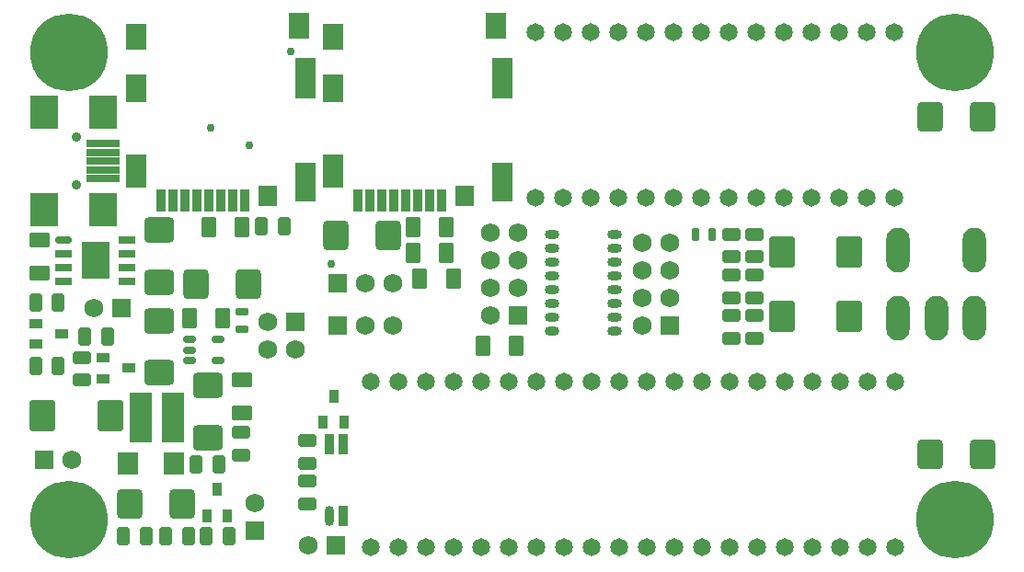
<source format=gts>
G04 Layer_Color=8388736*
%FSLAX44Y44*%
%MOMM*%
G71*
G01*
G75*
%ADD64C,0.9000*%
G04:AMPARAMS|DCode=94|XSize=2.35mm|YSize=2.75mm|CornerRadius=0.405mm|HoleSize=0mm|Usage=FLASHONLY|Rotation=180.000|XOffset=0mm|YOffset=0mm|HoleType=Round|Shape=RoundedRectangle|*
%AMROUNDEDRECTD94*
21,1,2.3500,1.9400,0,0,180.0*
21,1,1.5400,2.7500,0,0,180.0*
1,1,0.8100,-0.7700,0.9700*
1,1,0.8100,0.7700,0.9700*
1,1,0.8100,0.7700,-0.9700*
1,1,0.8100,-0.7700,-0.9700*
%
%ADD94ROUNDEDRECTD94*%
G04:AMPARAMS|DCode=95|XSize=1.15mm|YSize=1.65mm|CornerRadius=0.2mm|HoleSize=0mm|Usage=FLASHONLY|Rotation=90.000|XOffset=0mm|YOffset=0mm|HoleType=Round|Shape=RoundedRectangle|*
%AMROUNDEDRECTD95*
21,1,1.1500,1.2500,0,0,90.0*
21,1,0.7500,1.6500,0,0,90.0*
1,1,0.4000,0.6250,0.3750*
1,1,0.4000,0.6250,-0.3750*
1,1,0.4000,-0.6250,-0.3750*
1,1,0.4000,-0.6250,0.3750*
%
%ADD95ROUNDEDRECTD95*%
G04:AMPARAMS|DCode=96|XSize=2.45mm|YSize=2.95mm|CornerRadius=0.42mm|HoleSize=0mm|Usage=FLASHONLY|Rotation=0.000|XOffset=0mm|YOffset=0mm|HoleType=Round|Shape=RoundedRectangle|*
%AMROUNDEDRECTD96*
21,1,2.4500,2.1100,0,0,0.0*
21,1,1.6100,2.9500,0,0,0.0*
1,1,0.8400,0.8050,-1.0550*
1,1,0.8400,-0.8050,-1.0550*
1,1,0.8400,-0.8050,1.0550*
1,1,0.8400,0.8050,1.0550*
%
%ADD96ROUNDEDRECTD96*%
G04:AMPARAMS|DCode=97|XSize=0.75mm|YSize=1.15mm|CornerRadius=0.18mm|HoleSize=0mm|Usage=FLASHONLY|Rotation=0.000|XOffset=0mm|YOffset=0mm|HoleType=Round|Shape=RoundedRectangle|*
%AMROUNDEDRECTD97*
21,1,0.7500,0.7900,0,0,0.0*
21,1,0.3900,1.1500,0,0,0.0*
1,1,0.3600,0.1950,-0.3950*
1,1,0.3600,-0.1950,-0.3950*
1,1,0.3600,-0.1950,0.3950*
1,1,0.3600,0.1950,0.3950*
%
%ADD97ROUNDEDRECTD97*%
%ADD98R,2.6500X3.1500*%
%ADD99R,3.1500X0.6500*%
%ADD100R,0.9500X2.1500*%
%ADD101R,1.7500X1.9500*%
%ADD102R,1.8500X3.5500*%
%ADD103R,1.8500X3.1500*%
%ADD104R,1.8500X2.6500*%
%ADD105R,1.8500X3.7500*%
%ADD106R,1.8500X2.3500*%
%ADD107O,1.3500X0.8500*%
G04:AMPARAMS|DCode=108|XSize=1.35mm|YSize=1.85mm|CornerRadius=0.195mm|HoleSize=0mm|Usage=FLASHONLY|Rotation=0.000|XOffset=0mm|YOffset=0mm|HoleType=Round|Shape=RoundedRectangle|*
%AMROUNDEDRECTD108*
21,1,1.3500,1.4600,0,0,0.0*
21,1,0.9600,1.8500,0,0,0.0*
1,1,0.3900,0.4800,-0.7300*
1,1,0.3900,-0.4800,-0.7300*
1,1,0.3900,-0.4800,0.7300*
1,1,0.3900,0.4800,0.7300*
%
%ADD108ROUNDEDRECTD108*%
%ADD109R,0.8500X1.1500*%
%ADD110R,0.8500X1.8500*%
%ADD111O,0.8500X1.8500*%
G04:AMPARAMS|DCode=112|XSize=1.15mm|YSize=1.65mm|CornerRadius=0.2mm|HoleSize=0mm|Usage=FLASHONLY|Rotation=180.000|XOffset=0mm|YOffset=0mm|HoleType=Round|Shape=RoundedRectangle|*
%AMROUNDEDRECTD112*
21,1,1.1500,1.2500,0,0,180.0*
21,1,0.7500,1.6500,0,0,180.0*
1,1,0.4000,-0.3750,0.6250*
1,1,0.4000,0.3750,0.6250*
1,1,0.4000,0.3750,-0.6250*
1,1,0.4000,-0.3750,-0.6250*
%
%ADD112ROUNDEDRECTD112*%
G04:AMPARAMS|DCode=113|XSize=2.35mm|YSize=2.75mm|CornerRadius=0.405mm|HoleSize=0mm|Usage=FLASHONLY|Rotation=270.000|XOffset=0mm|YOffset=0mm|HoleType=Round|Shape=RoundedRectangle|*
%AMROUNDEDRECTD113*
21,1,2.3500,1.9400,0,0,270.0*
21,1,1.5400,2.7500,0,0,270.0*
1,1,0.8100,-0.9700,-0.7700*
1,1,0.8100,-0.9700,0.7700*
1,1,0.8100,0.9700,0.7700*
1,1,0.8100,0.9700,-0.7700*
%
%ADD113ROUNDEDRECTD113*%
G04:AMPARAMS|DCode=114|XSize=0.75mm|YSize=1.15mm|CornerRadius=0.18mm|HoleSize=0mm|Usage=FLASHONLY|Rotation=90.000|XOffset=0mm|YOffset=0mm|HoleType=Round|Shape=RoundedRectangle|*
%AMROUNDEDRECTD114*
21,1,0.7500,0.7900,0,0,90.0*
21,1,0.3900,1.1500,0,0,90.0*
1,1,0.3600,0.3950,0.1950*
1,1,0.3600,0.3950,-0.1950*
1,1,0.3600,-0.3950,-0.1950*
1,1,0.3600,-0.3950,0.1950*
%
%ADD114ROUNDEDRECTD114*%
%ADD115R,2.1500X4.6500*%
%ADD116R,1.9500X2.1500*%
%ADD117R,1.1500X0.8500*%
G04:AMPARAMS|DCode=118|XSize=1.35mm|YSize=1.85mm|CornerRadius=0.195mm|HoleSize=0mm|Usage=FLASHONLY|Rotation=270.000|XOffset=0mm|YOffset=0mm|HoleType=Round|Shape=RoundedRectangle|*
%AMROUNDEDRECTD118*
21,1,1.3500,1.4600,0,0,270.0*
21,1,0.9600,1.8500,0,0,270.0*
1,1,0.3900,-0.7300,-0.4800*
1,1,0.3900,-0.7300,0.4800*
1,1,0.3900,0.7300,0.4800*
1,1,0.3900,0.7300,-0.4800*
%
%ADD118ROUNDEDRECTD118*%
%ADD119R,2.5600X3.4500*%
%ADD120O,1.5500X0.7500*%
%ADD121R,1.5500X0.7500*%
%ADD122O,1.2500X0.7500*%
%ADD123C,1.7500*%
%ADD124R,1.7500X1.7500*%
%ADD125C,7.1500*%
%ADD126C,1.6500*%
%ADD127O,2.1500X4.1500*%
%ADD128R,1.7500X1.7500*%
%ADD129C,0.7500*%
D64*
X47000Y348000D02*
D03*
Y392000D02*
D03*
D94*
X285750Y301500D02*
D03*
X333750D02*
D03*
X144000Y54750D02*
D03*
X96000D02*
D03*
X832750Y410750D02*
D03*
X880750D02*
D03*
X832750Y100000D02*
D03*
X880750D02*
D03*
X157000Y256750D02*
D03*
X205000D02*
D03*
D95*
X671000Y281750D02*
D03*
Y302750D02*
D03*
X649500D02*
D03*
Y281750D02*
D03*
Y206750D02*
D03*
Y227750D02*
D03*
X671000Y227750D02*
D03*
Y206750D02*
D03*
X649500Y265250D02*
D03*
Y244250D02*
D03*
X671000D02*
D03*
Y265250D02*
D03*
X259750Y92000D02*
D03*
Y113000D02*
D03*
Y75500D02*
D03*
Y54500D02*
D03*
X198500Y120500D02*
D03*
Y99500D02*
D03*
X52500Y168250D02*
D03*
Y189250D02*
D03*
D96*
X696500Y226750D02*
D03*
X758500D02*
D03*
X696500Y286250D02*
D03*
X758500D02*
D03*
X16000Y135250D02*
D03*
X78000D02*
D03*
D97*
X616500Y302750D02*
D03*
X632500D02*
D03*
D98*
X72000Y325000D02*
D03*
X17000D02*
D03*
Y415000D02*
D03*
X72000D02*
D03*
D99*
Y354000D02*
D03*
Y362000D02*
D03*
Y370000D02*
D03*
Y378000D02*
D03*
Y386000D02*
D03*
D100*
X306250Y334000D02*
D03*
X317250D02*
D03*
X328250D02*
D03*
X339250D02*
D03*
X350250D02*
D03*
X361250D02*
D03*
X372250D02*
D03*
X383250D02*
D03*
X125250D02*
D03*
X136250D02*
D03*
X147250D02*
D03*
X158250D02*
D03*
X169250D02*
D03*
X180250D02*
D03*
X191250D02*
D03*
X202250D02*
D03*
D101*
X404150Y338000D02*
D03*
X223150D02*
D03*
D102*
X439250Y351000D02*
D03*
X258250D02*
D03*
D103*
X283250Y361000D02*
D03*
X102250D02*
D03*
D104*
X283250Y437000D02*
D03*
X102250D02*
D03*
D105*
X439250Y446500D02*
D03*
X258250D02*
D03*
D106*
X283250Y484500D02*
D03*
X432750Y494500D02*
D03*
X102250Y484500D02*
D03*
X251750Y494500D02*
D03*
D107*
X542750Y213350D02*
D03*
Y226050D02*
D03*
Y238750D02*
D03*
Y251450D02*
D03*
Y264150D02*
D03*
Y276850D02*
D03*
Y289550D02*
D03*
Y302250D02*
D03*
X484500Y213350D02*
D03*
Y226050D02*
D03*
Y238750D02*
D03*
Y251450D02*
D03*
Y264150D02*
D03*
Y276850D02*
D03*
Y289550D02*
D03*
Y302250D02*
D03*
D108*
X452050Y199750D02*
D03*
X421550D02*
D03*
X357250Y285250D02*
D03*
X387750D02*
D03*
X363250Y261750D02*
D03*
X393750D02*
D03*
X357250Y309000D02*
D03*
X387750D02*
D03*
X169250D02*
D03*
X199750D02*
D03*
X151500Y225750D02*
D03*
X182000D02*
D03*
D109*
X283800Y153500D02*
D03*
X293300Y129500D02*
D03*
X274300D02*
D03*
X176500Y67750D02*
D03*
X186000Y43750D02*
D03*
X167000D02*
D03*
D110*
X279950Y109500D02*
D03*
X292650D02*
D03*
Y43500D02*
D03*
D111*
X279950D02*
D03*
D112*
X217250Y310000D02*
D03*
X238250D02*
D03*
X166500Y24750D02*
D03*
X187500D02*
D03*
X76000Y208250D02*
D03*
X55000D02*
D03*
X30500Y181750D02*
D03*
X9500D02*
D03*
X30500Y239750D02*
D03*
X9500D02*
D03*
X90000Y24750D02*
D03*
X111000D02*
D03*
X129000D02*
D03*
X150000D02*
D03*
X157500Y90500D02*
D03*
X178500D02*
D03*
D113*
X123500Y258500D02*
D03*
Y306500D02*
D03*
X168500Y115500D02*
D03*
Y163500D02*
D03*
X123000Y175250D02*
D03*
Y223250D02*
D03*
D114*
X199500Y231250D02*
D03*
Y215250D02*
D03*
D115*
X106000Y134250D02*
D03*
X136000D02*
D03*
D116*
X136500Y91250D02*
D03*
X94500D02*
D03*
D117*
X95500Y179250D02*
D03*
X71500Y169750D02*
D03*
Y188750D02*
D03*
X33500Y210750D02*
D03*
X9500Y201250D02*
D03*
Y220250D02*
D03*
D118*
X13000Y267000D02*
D03*
Y297500D02*
D03*
X199500Y168500D02*
D03*
Y138000D02*
D03*
D119*
X64500Y278450D02*
D03*
D120*
X35000Y297500D02*
D03*
D121*
Y284800D02*
D03*
Y272100D02*
D03*
Y259400D02*
D03*
X94000D02*
D03*
Y272100D02*
D03*
Y284800D02*
D03*
Y297500D02*
D03*
D122*
X151000Y205500D02*
D03*
Y196000D02*
D03*
Y186500D02*
D03*
X177000Y205500D02*
D03*
Y186500D02*
D03*
D123*
X428350Y304250D02*
D03*
X453750D02*
D03*
Y278850D02*
D03*
X428350D02*
D03*
X453750Y253450D02*
D03*
X428350D02*
D03*
Y228050D02*
D03*
X568100Y218550D02*
D03*
Y243950D02*
D03*
X593500D02*
D03*
X568100Y269350D02*
D03*
X593500D02*
D03*
Y294750D02*
D03*
X568100D02*
D03*
X211500Y55400D02*
D03*
X248950Y196550D02*
D03*
X223550D02*
D03*
Y221950D02*
D03*
X260600Y16000D02*
D03*
X338400Y219000D02*
D03*
X313000D02*
D03*
X338400Y257750D02*
D03*
X313000D02*
D03*
X62800Y234750D02*
D03*
X42750Y95000D02*
D03*
D124*
X453750Y228050D02*
D03*
X593500Y218550D02*
D03*
X211500Y30000D02*
D03*
D125*
X40000Y40000D02*
D03*
Y470000D02*
D03*
X855250D02*
D03*
Y40000D02*
D03*
D126*
X800650Y167150D02*
D03*
X775250D02*
D03*
X749850D02*
D03*
X724450D02*
D03*
X699050D02*
D03*
X673650D02*
D03*
X648250D02*
D03*
X622850D02*
D03*
X597450D02*
D03*
X572050D02*
D03*
X546650D02*
D03*
X521250D02*
D03*
X495850D02*
D03*
X470450D02*
D03*
X445050D02*
D03*
X419650D02*
D03*
X394250D02*
D03*
X368850D02*
D03*
X343450D02*
D03*
X318050D02*
D03*
Y14750D02*
D03*
X343450D02*
D03*
X368850D02*
D03*
X394250D02*
D03*
X419650D02*
D03*
X445050D02*
D03*
X470450D02*
D03*
X495850D02*
D03*
X521250D02*
D03*
X546650D02*
D03*
X572050D02*
D03*
X597450D02*
D03*
X622850D02*
D03*
X648250D02*
D03*
X673650D02*
D03*
X699050D02*
D03*
X724450D02*
D03*
X749850D02*
D03*
X775250D02*
D03*
X800650D02*
D03*
X799750Y336650D02*
D03*
X774350D02*
D03*
X748950D02*
D03*
X723550D02*
D03*
X698150D02*
D03*
X672750D02*
D03*
X647350D02*
D03*
X621950D02*
D03*
X596550D02*
D03*
X571150D02*
D03*
X545750D02*
D03*
X520350D02*
D03*
X494950D02*
D03*
X469550D02*
D03*
Y489050D02*
D03*
X494950D02*
D03*
X520350D02*
D03*
X545750D02*
D03*
X571150D02*
D03*
X596550D02*
D03*
X621950D02*
D03*
X647350D02*
D03*
X672750D02*
D03*
X698150D02*
D03*
X723550D02*
D03*
X748950D02*
D03*
X774350D02*
D03*
X799750D02*
D03*
D127*
X873500Y225250D02*
D03*
X838250D02*
D03*
X803500D02*
D03*
Y287750D02*
D03*
X873500D02*
D03*
D128*
X248950Y221950D02*
D03*
X286000Y16000D02*
D03*
X287600Y219000D02*
D03*
Y257750D02*
D03*
X88200Y234750D02*
D03*
X17350Y95000D02*
D03*
D129*
X206500Y384500D02*
D03*
X244377Y471273D02*
D03*
X281750Y275750D02*
D03*
X170500Y400750D02*
D03*
M02*

</source>
